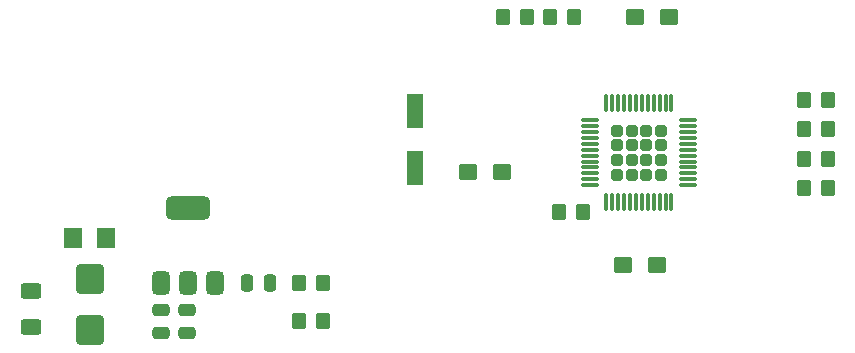
<source format=gbr>
%TF.GenerationSoftware,KiCad,Pcbnew,9.0.6-9.0.6~ubuntu22.04.1*%
%TF.CreationDate,2026-01-07T10:26:53-05:00*%
%TF.ProjectId,Hyperdrift-Display-Controller,48797065-7264-4726-9966-742d44697370,rev?*%
%TF.SameCoordinates,Original*%
%TF.FileFunction,Paste,Bot*%
%TF.FilePolarity,Positive*%
%FSLAX46Y46*%
G04 Gerber Fmt 4.6, Leading zero omitted, Abs format (unit mm)*
G04 Created by KiCad (PCBNEW 9.0.6-9.0.6~ubuntu22.04.1) date 2026-01-07 10:26:53*
%MOMM*%
%LPD*%
G01*
G04 APERTURE LIST*
G04 Aperture macros list*
%AMRoundRect*
0 Rectangle with rounded corners*
0 $1 Rounding radius*
0 $2 $3 $4 $5 $6 $7 $8 $9 X,Y pos of 4 corners*
0 Add a 4 corners polygon primitive as box body*
4,1,4,$2,$3,$4,$5,$6,$7,$8,$9,$2,$3,0*
0 Add four circle primitives for the rounded corners*
1,1,$1+$1,$2,$3*
1,1,$1+$1,$4,$5*
1,1,$1+$1,$6,$7*
1,1,$1+$1,$8,$9*
0 Add four rect primitives between the rounded corners*
20,1,$1+$1,$2,$3,$4,$5,0*
20,1,$1+$1,$4,$5,$6,$7,0*
20,1,$1+$1,$6,$7,$8,$9,0*
20,1,$1+$1,$8,$9,$2,$3,0*%
G04 Aperture macros list end*
%ADD10RoundRect,0.250000X0.350000X0.450000X-0.350000X0.450000X-0.350000X-0.450000X0.350000X-0.450000X0*%
%ADD11RoundRect,0.250000X-0.350000X-0.450000X0.350000X-0.450000X0.350000X0.450000X-0.350000X0.450000X0*%
%ADD12R,1.400000X3.000000*%
%ADD13RoundRect,0.250000X0.537500X0.425000X-0.537500X0.425000X-0.537500X-0.425000X0.537500X-0.425000X0*%
%ADD14RoundRect,0.250000X-0.625000X0.400000X-0.625000X-0.400000X0.625000X-0.400000X0.625000X0.400000X0*%
%ADD15RoundRect,0.250000X-0.900000X1.000000X-0.900000X-1.000000X0.900000X-1.000000X0.900000X1.000000X0*%
%ADD16RoundRect,0.250000X0.250000X0.475000X-0.250000X0.475000X-0.250000X-0.475000X0.250000X-0.475000X0*%
%ADD17RoundRect,0.250000X-0.475000X0.250000X-0.475000X-0.250000X0.475000X-0.250000X0.475000X0.250000X0*%
%ADD18R,1.600000X1.800000*%
%ADD19RoundRect,0.375000X0.375000X-0.625000X0.375000X0.625000X-0.375000X0.625000X-0.375000X-0.625000X0*%
%ADD20RoundRect,0.500000X1.400000X-0.500000X1.400000X0.500000X-1.400000X0.500000X-1.400000X-0.500000X0*%
%ADD21RoundRect,0.250000X-0.255000X0.255000X-0.255000X-0.255000X0.255000X-0.255000X0.255000X0.255000X0*%
%ADD22RoundRect,0.075000X-0.075000X0.662500X-0.075000X-0.662500X0.075000X-0.662500X0.075000X0.662500X0*%
%ADD23RoundRect,0.075000X-0.662500X0.075000X-0.662500X-0.075000X0.662500X-0.075000X0.662500X0.075000X0*%
G04 APERTURE END LIST*
D10*
%TO.C,R1*%
X157000000Y-72000000D03*
X159000000Y-72000000D03*
%TD*%
D11*
%TO.C,R9*%
X159000000Y-79500000D03*
X157000000Y-79500000D03*
%TD*%
%TO.C,R3*%
X157000000Y-74500000D03*
X159000000Y-74500000D03*
%TD*%
D12*
%TO.C,C3*%
X124000000Y-73000000D03*
X124000000Y-77800000D03*
%TD*%
D13*
%TO.C,C9*%
X131437500Y-78120000D03*
X128562500Y-78120000D03*
%TD*%
D10*
%TO.C,R6*%
X137500000Y-65000000D03*
X135500000Y-65000000D03*
%TD*%
D14*
%TO.C,RV1*%
X91500000Y-88200000D03*
X91500000Y-91300000D03*
%TD*%
D10*
%TO.C,R5*%
X116250000Y-87500000D03*
X114250000Y-87500000D03*
%TD*%
D13*
%TO.C,C7*%
X145500000Y-65000000D03*
X142625000Y-65000000D03*
%TD*%
D15*
%TO.C,D1*%
X96500000Y-87200000D03*
X96500000Y-91500000D03*
%TD*%
D16*
%TO.C,C4*%
X111750000Y-87500000D03*
X109850000Y-87500000D03*
%TD*%
D17*
%TO.C,C1*%
X104750000Y-89850000D03*
X104750000Y-91750000D03*
%TD*%
D10*
%TO.C,R4*%
X116250000Y-90750000D03*
X114250000Y-90750000D03*
%TD*%
%TO.C,R2*%
X138250000Y-81500000D03*
X136250000Y-81500000D03*
%TD*%
D17*
%TO.C,C2*%
X102500000Y-89850000D03*
X102500000Y-91750000D03*
%TD*%
D18*
%TO.C,F1*%
X95100000Y-83750000D03*
X97900000Y-83750000D03*
%TD*%
D19*
%TO.C,U2*%
X107100000Y-87500000D03*
X104800000Y-87500000D03*
D20*
X104800000Y-81200000D03*
D19*
X102500000Y-87500000D03*
%TD*%
D11*
%TO.C,R7*%
X131500000Y-65000000D03*
X133500000Y-65000000D03*
%TD*%
D13*
%TO.C,C8*%
X144500000Y-86000000D03*
X141625000Y-86000000D03*
%TD*%
D11*
%TO.C,R8*%
X157000000Y-77000000D03*
X159000000Y-77000000D03*
%TD*%
D21*
%TO.C,U1*%
X144875000Y-74625000D03*
X143625000Y-74625000D03*
X142375000Y-74625000D03*
X141125000Y-74625000D03*
X144875000Y-75875000D03*
X143625000Y-75875000D03*
X142375000Y-75875000D03*
X141125000Y-75875000D03*
X144875000Y-77125000D03*
X143625000Y-77125000D03*
X142375000Y-77125000D03*
X141125000Y-77125000D03*
X144875000Y-78375000D03*
X143625000Y-78375000D03*
X142375000Y-78375000D03*
X141125000Y-78375000D03*
D22*
X140250000Y-72337500D03*
X140750000Y-72337500D03*
X141250000Y-72337500D03*
X141750000Y-72337500D03*
X142250000Y-72337500D03*
X142750000Y-72337500D03*
X143250000Y-72337500D03*
X143750000Y-72337500D03*
X144250000Y-72337500D03*
X144750000Y-72337500D03*
X145250000Y-72337500D03*
X145750000Y-72337500D03*
D23*
X147162500Y-73750000D03*
X147162500Y-74250000D03*
X147162500Y-74750000D03*
X147162500Y-75250000D03*
X147162500Y-75750000D03*
X147162500Y-76250000D03*
X147162500Y-76750000D03*
X147162500Y-77250000D03*
X147162500Y-77750000D03*
X147162500Y-78250000D03*
X147162500Y-78750000D03*
X147162500Y-79250000D03*
D22*
X145750000Y-80662500D03*
X145250000Y-80662500D03*
X144750000Y-80662500D03*
X144250000Y-80662500D03*
X143750000Y-80662500D03*
X143250000Y-80662500D03*
X142750000Y-80662500D03*
X142250000Y-80662500D03*
X141750000Y-80662500D03*
X141250000Y-80662500D03*
X140750000Y-80662500D03*
X140250000Y-80662500D03*
D23*
X138837500Y-79250000D03*
X138837500Y-78750000D03*
X138837500Y-78250000D03*
X138837500Y-77750000D03*
X138837500Y-77250000D03*
X138837500Y-76750000D03*
X138837500Y-76250000D03*
X138837500Y-75750000D03*
X138837500Y-75250000D03*
X138837500Y-74750000D03*
X138837500Y-74250000D03*
X138837500Y-73750000D03*
%TD*%
M02*

</source>
